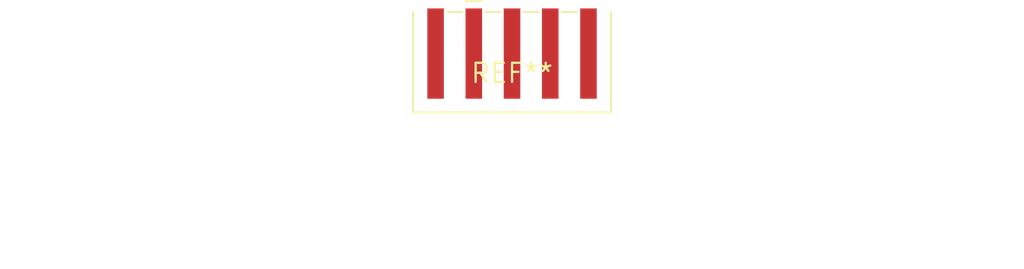
<source format=kicad_pcb>
(kicad_pcb (version 20240108) (generator pcbnew)
  (layers (0 "F.Cu" signal) (31 "B.Cu" signal) (34 "B.Paste" user) (35 "F.Paste" user) (36 "B.SilkS" user "B.Silkscreen") (37 "F.SilkS" user "F.Silkscreen") (38 "B.Mask" user) (39 "F.Mask" user) (44 "Edge.Cuts" user))
  (net 0 "")
  (footprint "Harting_har-flexicon_14110313002xxx_1x03-MP_P2.54mm_Horizontal" (layer "F.Cu") (at 0 0)
    (property "Reference" "REF**")
    (property "Value" "Harting_har-flexicon_14110313002xxx_1x03-MP_P2.54mm_Horizontal")
    (fp_line (start -6.575 -4.06) (end -6.575 2.61) (layer "F.SilkS") (stroke (width 0.12)))
    (fp_line (start -4.318 -4.06) (end -3.302 -4.06) (layer "F.SilkS") (stroke (width 0.12)))
    (fp_line (start -3.09 -4.8) (end -1.99 -4.8) (layer "F.SilkS") (stroke (width 0.12)))
    (fp_line (start -1.778 -4.06) (end -0.762 -4.06) (layer "F.SilkS") (stroke (width 0.12)))
    (fp_line (start 0.762 -4.06) (end 1.778 -4.06) (layer "F.SilkS") (stroke (width 0.12)))
    (fp_line (start 3.302 -4.06) (end 4.318 -4.06) (layer "F.SilkS") (stroke (width 0.12)))
    (fp_line (start 6.575 -4.06) (end 6.575 2.61) (layer "F.SilkS") (stroke (width 0.12)))
    (fp_line (start 6.575 2.61) (end -6.575 2.61) (layer "F.SilkS") (stroke (width 0.12)))
    (pad "" np_thru_hole circle (at -3.81 -1.5) (size 1 1) (drill 1) (layers *.Cu *.Mask))
    (pad "" np_thru_hole circle (at 3.81 -0.9) (size 1 1) (drill 1) (layers *.Cu *.Mask))
    (pad "1" smd rect (at -2.54 -1.3) (size 1.1 6) (layers "F.Cu" "F.Paste" "F.Mask"))
    (pad "2" smd rect (at 0 -1.3) (size 1.1 6) (layers "F.Cu" "F.Paste" "F.Mask"))
    (pad "3" smd rect (at 2.54 -1.3) (size 1.1 6) (layers "F.Cu" "F.Paste" "F.Mask"))
    (pad "MP" smd rect (at -5.08 -1.3) (size 1.1 6) (layers "F.Cu" "F.Paste" "F.Mask"))
    (pad "MP" smd rect (at 5.08 -1.3) (size 1.1 6) (layers "F.Cu" "F.Paste" "F.Mask"))
  )
)
</source>
